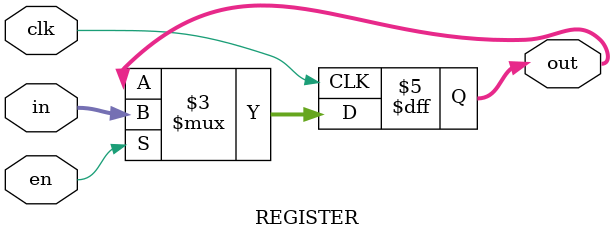
<source format=v>
`timescale 1ns / 1ps


module REGISTER(
    input clk,
    input [31:0] in,
    input en,
    output reg [31:0] out
    );

    always@(posedge clk)
    begin
        if(en)
            out<=in;
        else out<=out;
    end
endmodule

</source>
